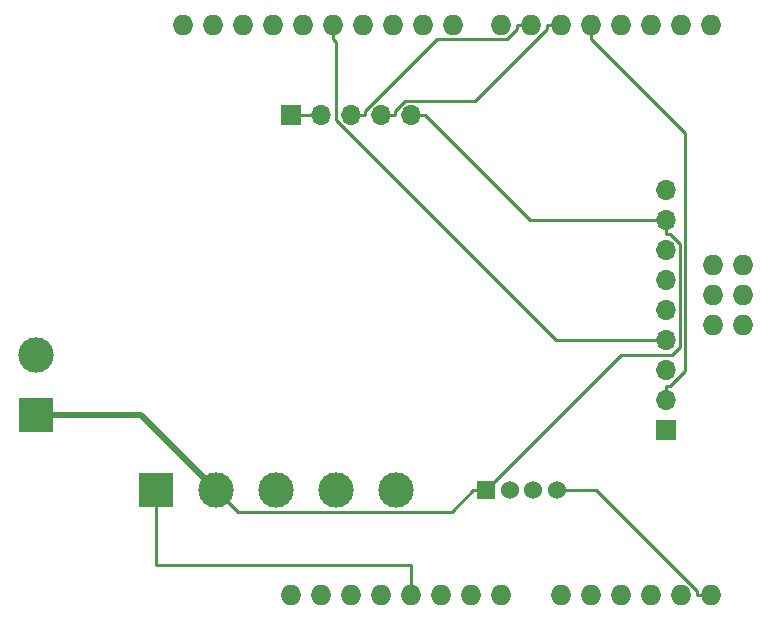
<source format=gbr>
%TF.GenerationSoftware,KiCad,Pcbnew,5.99.0+really5.1.10+dfsg1-1*%
%TF.CreationDate,2021-10-27T10:57:28+02:00*%
%TF.ProjectId,apico_shield,61706963-6f5f-4736-9869-656c642e6b69,rev?*%
%TF.SameCoordinates,Original*%
%TF.FileFunction,Copper,L1,Top*%
%TF.FilePolarity,Positive*%
%FSLAX46Y46*%
G04 Gerber Fmt 4.6, Leading zero omitted, Abs format (unit mm)*
G04 Created by KiCad (PCBNEW 5.99.0+really5.1.10+dfsg1-1) date 2021-10-27 10:57:28*
%MOMM*%
%LPD*%
G01*
G04 APERTURE LIST*
%TA.AperFunction,ComponentPad*%
%ADD10O,1.727200X1.727200*%
%TD*%
%TA.AperFunction,ComponentPad*%
%ADD11C,3.000000*%
%TD*%
%TA.AperFunction,ComponentPad*%
%ADD12R,3.000000X3.000000*%
%TD*%
%TA.AperFunction,ComponentPad*%
%ADD13C,1.524000*%
%TD*%
%TA.AperFunction,ComponentPad*%
%ADD14R,1.524000X1.524000*%
%TD*%
%TA.AperFunction,ComponentPad*%
%ADD15O,1.700000X1.700000*%
%TD*%
%TA.AperFunction,ComponentPad*%
%ADD16R,1.700000X1.700000*%
%TD*%
%TA.AperFunction,Conductor*%
%ADD17C,0.250000*%
%TD*%
%TA.AperFunction,Conductor*%
%ADD18C,0.500000*%
%TD*%
G04 APERTURE END LIST*
D10*
%TO.P,APICO_UNO1,MISO*%
%TO.N,N/C*%
X177927000Y-96520000D03*
%TO.P,APICO_UNO1,A5*%
%TO.N,Net-(APICO_UNO1-PadA5)*%
X177800000Y-124460000D03*
%TO.P,APICO_UNO1,A4*%
%TO.N,Net-(APICO_UNO1-PadA4)*%
X175260000Y-124460000D03*
%TO.P,APICO_UNO1,A3*%
%TO.N,N/C*%
X172720000Y-124460000D03*
%TO.P,APICO_UNO1,A2*%
X170180000Y-124460000D03*
%TO.P,APICO_UNO1,A1*%
X167640000Y-124460000D03*
%TO.P,APICO_UNO1,*%
%TO.N,*%
X142240000Y-124460000D03*
%TO.P,APICO_UNO1,D11*%
%TO.N,Net-(APICO_UNO1-PadD11)*%
X148336000Y-76200000D03*
%TO.P,APICO_UNO1,D12*%
%TO.N,Net-(APICO_UNO1-PadD12)*%
X145796000Y-76200000D03*
%TO.P,APICO_UNO1,D13*%
%TO.N,Net-(APICO_UNO1-PadD13)*%
X143256000Y-76200000D03*
%TO.P,APICO_UNO1,AREF*%
%TO.N,N/C*%
X138176000Y-76200000D03*
%TO.P,APICO_UNO1,SDA*%
X135636000Y-76200000D03*
%TO.P,APICO_UNO1,SCL*%
X133096000Y-76200000D03*
%TO.P,APICO_UNO1,D10*%
X150876000Y-76200000D03*
%TO.P,APICO_UNO1,D9*%
%TO.N,Net-(APICO_UNO1-PadD9)*%
X153416000Y-76200000D03*
%TO.P,APICO_UNO1,D8*%
%TO.N,Net-(APICO_UNO1-PadD8)*%
X155956000Y-76200000D03*
%TO.P,APICO_UNO1,GND1*%
%TO.N,Net-(APICO_UNO1-PadGND1)*%
X140716000Y-76200000D03*
%TO.P,APICO_UNO1,D7*%
%TO.N,Net-(APICO_UNO1-PadD7)*%
X160020000Y-76200000D03*
%TO.P,APICO_UNO1,D6*%
%TO.N,Net-(APICO_UNO1-PadD6)*%
X162560000Y-76200000D03*
%TO.P,APICO_UNO1,D5*%
%TO.N,Net-(APICO_UNO1-PadD5)*%
X165100000Y-76200000D03*
%TO.P,APICO_UNO1,D4*%
%TO.N,Net-(APICO_UNO1-PadD4)*%
X167640000Y-76200000D03*
%TO.P,APICO_UNO1,D3*%
%TO.N,Net-(APICO_UNO1-PadD3)*%
X170180000Y-76200000D03*
%TO.P,APICO_UNO1,D2*%
%TO.N,Net-(APICO_UNO1-PadD2)*%
X172720000Y-76200000D03*
%TO.P,APICO_UNO1,D1*%
%TO.N,N/C*%
X175260000Y-76200000D03*
%TO.P,APICO_UNO1,D0*%
X177800000Y-76200000D03*
%TO.P,APICO_UNO1,IORF*%
X144780000Y-124460000D03*
%TO.P,APICO_UNO1,RST1*%
X147320000Y-124460000D03*
%TO.P,APICO_UNO1,3V3*%
X149860000Y-124460000D03*
%TO.P,APICO_UNO1,5V1*%
%TO.N,Net-(APICO_UNO1-Pad5V1)*%
X152400000Y-124460000D03*
%TO.P,APICO_UNO1,GND2*%
%TO.N,N/C*%
X154940000Y-124460000D03*
%TO.P,APICO_UNO1,GND3*%
X157480000Y-124460000D03*
%TO.P,APICO_UNO1,VIN*%
X160020000Y-124460000D03*
%TO.P,APICO_UNO1,A0*%
X165100000Y-124460000D03*
%TO.P,APICO_UNO1,5V2*%
X180467000Y-96520000D03*
%TO.P,APICO_UNO1,SCK*%
X177927000Y-99060000D03*
%TO.P,APICO_UNO1,MOSI*%
X180467000Y-99060000D03*
%TO.P,APICO_UNO1,GND4*%
X180467000Y-101600000D03*
%TO.P,APICO_UNO1,RST2*%
X177927000Y-101600000D03*
%TD*%
D11*
%TO.P,C3,2*%
%TO.N,Net-(APICO_UNO1-Pad5V1)*%
X120650000Y-104140000D03*
D12*
%TO.P,C3,1*%
%TO.N,Net-(APICO_UNO1-PadGND1)*%
X120650000Y-109220000D03*
%TD*%
D11*
%TO.P,C2,5*%
%TO.N,Net-(APICO_UNO1-PadD9)*%
X151130000Y-115570000D03*
%TO.P,C2,4*%
%TO.N,Net-(APICO_UNO1-PadD8)*%
X146050000Y-115570000D03*
D12*
%TO.P,C2,1*%
%TO.N,Net-(APICO_UNO1-Pad5V1)*%
X130810000Y-115570000D03*
D11*
%TO.P,C2,3*%
%TO.N,Net-(APICO_UNO1-PadD7)*%
X140970000Y-115570000D03*
%TO.P,C2,2*%
%TO.N,Net-(APICO_UNO1-PadGND1)*%
X135890000Y-115570000D03*
%TD*%
D13*
%TO.P,C1,4*%
%TO.N,Net-(APICO_UNO1-PadA5)*%
X164750000Y-115570000D03*
%TO.P,C1,3*%
%TO.N,Net-(APICO_UNO1-PadA4)*%
X162750000Y-115570000D03*
%TO.P,C1,2*%
%TO.N,Net-(APICO_UNO1-Pad5V1)*%
X160750000Y-115570000D03*
D14*
%TO.P,C1,1*%
%TO.N,Net-(APICO_UNO1-PadGND1)*%
X158750000Y-115570000D03*
%TD*%
D15*
%TO.P,b1,9*%
%TO.N,Net-(APICO_UNO1-Pad5V1)*%
X173990000Y-90170000D03*
%TO.P,b1,8*%
%TO.N,Net-(APICO_UNO1-PadGND1)*%
X173990000Y-92710000D03*
%TO.P,b1,7*%
%TO.N,N/C*%
X173990000Y-95250000D03*
%TO.P,b1,6*%
%TO.N,Net-(APICO_UNO1-PadD3)*%
X173990000Y-97790000D03*
%TO.P,b1,5*%
%TO.N,Net-(APICO_UNO1-PadD13)*%
X173990000Y-100330000D03*
%TO.P,b1,4*%
%TO.N,Net-(APICO_UNO1-PadD12)*%
X173990000Y-102870000D03*
%TO.P,b1,3*%
%TO.N,Net-(APICO_UNO1-PadD11)*%
X173990000Y-105410000D03*
%TO.P,b1,2*%
%TO.N,Net-(APICO_UNO1-PadD4)*%
X173990000Y-107950000D03*
D16*
%TO.P,b1,1*%
%TO.N,Net-(APICO_UNO1-PadD2)*%
X173990000Y-110490000D03*
%TD*%
D15*
%TO.P,b2,5*%
%TO.N,Net-(APICO_UNO1-PadGND1)*%
X152400000Y-83820000D03*
%TO.P,b2,4*%
%TO.N,Net-(APICO_UNO1-PadD5)*%
X149860000Y-83820000D03*
%TO.P,b2,3*%
%TO.N,Net-(APICO_UNO1-PadD6)*%
X147320000Y-83820000D03*
%TO.P,b2,2*%
%TO.N,Net-(APICO_UNO1-Pad5V1)*%
X144780000Y-83820000D03*
D16*
%TO.P,b2,1*%
X142240000Y-83820000D03*
%TD*%
D17*
%TO.N,Net-(APICO_UNO1-PadGND1)*%
X158750000Y-115570000D02*
X157662700Y-115570000D01*
X157662700Y-115570000D02*
X155829400Y-117403300D01*
X155829400Y-117403300D02*
X137723300Y-117403300D01*
X137723300Y-117403300D02*
X135890000Y-115570000D01*
X173990000Y-93885300D02*
X174357300Y-93885300D01*
X174357300Y-93885300D02*
X175172700Y-94700700D01*
X175172700Y-94700700D02*
X175172700Y-103432200D01*
X175172700Y-103432200D02*
X174464900Y-104140000D01*
X174464900Y-104140000D02*
X170180000Y-104140000D01*
X170180000Y-104140000D02*
X158750000Y-115570000D01*
X173990000Y-92710000D02*
X173990000Y-93885300D01*
X153575300Y-83820000D02*
X162465300Y-92710000D01*
X162465300Y-92710000D02*
X173990000Y-92710000D01*
D18*
X135890000Y-115570000D02*
X129540000Y-109220000D01*
X129540000Y-109220000D02*
X120650000Y-109220000D01*
D17*
X152400000Y-83820000D02*
X153575300Y-83820000D01*
%TO.N,Net-(APICO_UNO1-PadD6)*%
X162560000Y-76200000D02*
X161371100Y-76200000D01*
X147320000Y-83820000D02*
X148495300Y-83820000D01*
X148495300Y-83820000D02*
X148495300Y-83452700D01*
X148495300Y-83452700D02*
X154559100Y-77388900D01*
X154559100Y-77388900D02*
X160553800Y-77388900D01*
X160553800Y-77388900D02*
X161371100Y-76571600D01*
X161371100Y-76571600D02*
X161371100Y-76200000D01*
%TO.N,Net-(APICO_UNO1-PadD5)*%
X165100000Y-76200000D02*
X163911100Y-76200000D01*
X149860000Y-83820000D02*
X151035300Y-83820000D01*
X151035300Y-83820000D02*
X151035300Y-83452600D01*
X151035300Y-83452600D02*
X151843200Y-82644700D01*
X151843200Y-82644700D02*
X157837900Y-82644700D01*
X157837900Y-82644700D02*
X163911100Y-76571500D01*
X163911100Y-76571500D02*
X163911100Y-76200000D01*
%TO.N,Net-(APICO_UNO1-Pad5V1)*%
X144780000Y-83820000D02*
X142240000Y-83820000D01*
X130810000Y-115570000D02*
X130810000Y-121920000D01*
X130810000Y-121920000D02*
X152400000Y-121920000D01*
X152400000Y-121920000D02*
X152400000Y-124460000D01*
%TO.N,Net-(APICO_UNO1-PadD12)*%
X145796000Y-76200000D02*
X145796000Y-77388900D01*
X173990000Y-102870000D02*
X164680800Y-102870000D01*
X164680800Y-102870000D02*
X146050000Y-84239200D01*
X146050000Y-84239200D02*
X146050000Y-77642900D01*
X146050000Y-77642900D02*
X145796000Y-77388900D01*
%TO.N,Net-(APICO_UNO1-PadD4)*%
X167640000Y-76200000D02*
X167640000Y-77388900D01*
X173990000Y-107950000D02*
X173990000Y-106774700D01*
X173990000Y-106774700D02*
X174357300Y-106774700D01*
X174357300Y-106774700D02*
X175623100Y-105508900D01*
X175623100Y-105508900D02*
X175623100Y-85372000D01*
X175623100Y-85372000D02*
X167640000Y-77388900D01*
%TO.N,Net-(APICO_UNO1-PadA5)*%
X177800000Y-124460000D02*
X176611100Y-124460000D01*
X164750000Y-115570000D02*
X168092600Y-115570000D01*
X168092600Y-115570000D02*
X176611100Y-124088500D01*
X176611100Y-124088500D02*
X176611100Y-124460000D01*
%TD*%
M02*

</source>
